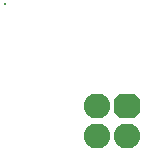
<source format=gts>
G04*
G04 #@! TF.GenerationSoftware,Altium Limited,Altium Designer,22.5.1 (42)*
G04*
G04 Layer_Color=8388736*
%FSLAX24Y24*%
%MOIN*%
G70*
G04*
G04 #@! TF.SameCoordinates,5C00E3EC-F711-4006-A76F-14F01AC31ACF*
G04*
G04*
G04 #@! TF.FilePolarity,Negative*
G04*
G01*
G75*
G04:AMPARAMS|DCode=11|XSize=83mil|YSize=88mil|CornerRadius=0mil|HoleSize=0mil|Usage=FLASHONLY|Rotation=270.000|XOffset=0mil|YOffset=0mil|HoleType=Round|Shape=Octagon|*
%AMOCTAGOND11*
4,1,8,0.0440,0.0208,0.0440,-0.0208,0.0233,-0.0415,-0.0233,-0.0415,-0.0440,-0.0208,-0.0440,0.0208,-0.0233,0.0415,0.0233,0.0415,0.0440,0.0208,0.0*
%
%ADD11OCTAGOND11*%

%ADD12O,0.0880X0.0830*%
%ADD13C,0.0080*%
D11*
X17940Y104740D02*
D03*
D12*
X16940D02*
D03*
X17940Y103740D02*
D03*
X16940D02*
D03*
D13*
X13860Y108130D02*
D03*
M02*

</source>
